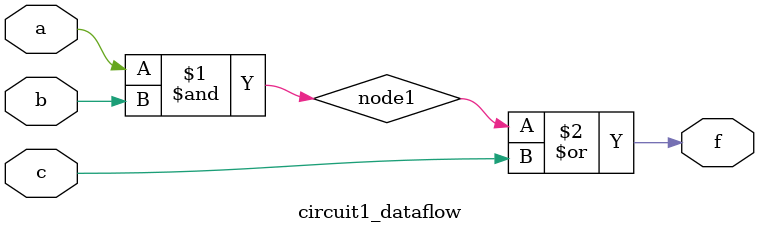
<source format=v>
module circuit1_structural (a, b, c, f);
	input a, b, c;
	output f;
	wire node1;       
 // Structural verilog style.
	AND2 u1 (a, b, node1);
	OR2 u2 (node1, c, f);
endmodule
//
// Circuit #1 implemented in dataflow verilog style.
module circuit1_dataflow (a, b, c, f);
	input a, b, c;
	output f;
	wire node1;
        // Dataflow verilog style.	
          assign node1 = (a & b);	
          assign f = (node1 | c);
endmodule
</source>
